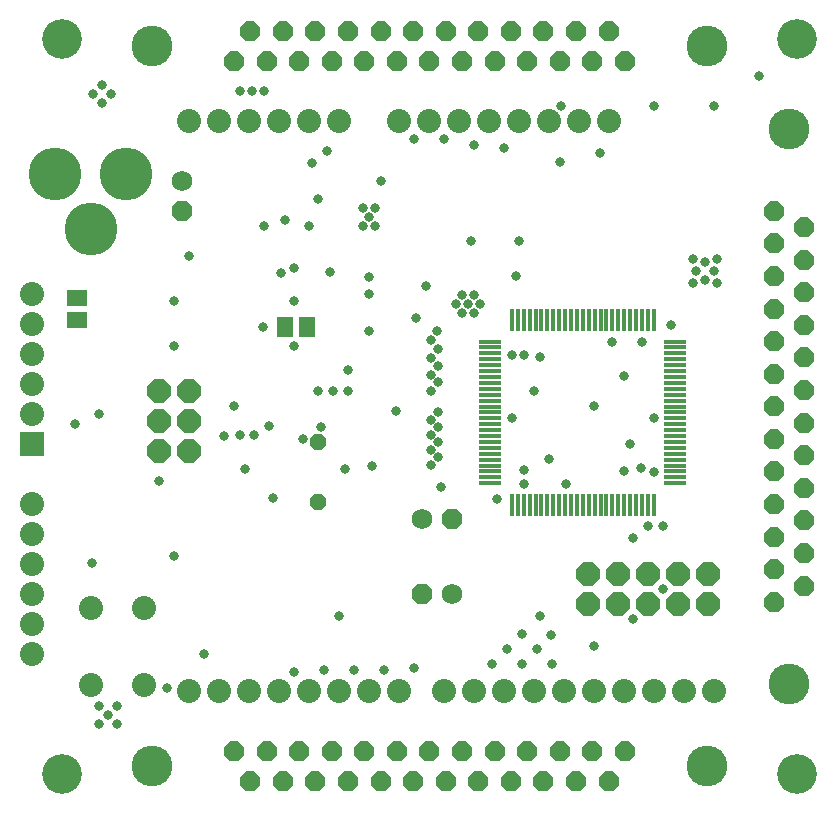
<source format=gbs>
G75*
%MOIN*%
%OFA0B0*%
%FSLAX24Y24*%
%IPPOS*%
%LPD*%
%AMOC8*
5,1,8,0,0,1.08239X$1,22.5*
%
%ADD10C,0.1320*%
%ADD11R,0.0170X0.0760*%
%ADD12R,0.0760X0.0170*%
%ADD13OC8,0.0660*%
%ADD14C,0.1360*%
%ADD15C,0.0800*%
%ADD16R,0.0572X0.0651*%
%ADD17OC8,0.0690*%
%ADD18C,0.0690*%
%ADD19R,0.0800X0.0800*%
%ADD20OC8,0.0800*%
%ADD21C,0.1760*%
%ADD22R,0.0651X0.0572*%
%ADD23OC8,0.0540*%
%ADD24C,0.0330*%
D10*
X003750Y006780D03*
X003750Y031280D03*
X028250Y031280D03*
X028250Y006780D03*
D11*
X023474Y015749D03*
X023278Y015749D03*
X023081Y015749D03*
X022884Y015749D03*
X022687Y015749D03*
X022490Y015749D03*
X022293Y015749D03*
X022096Y015749D03*
X021900Y015749D03*
X021703Y015749D03*
X021506Y015749D03*
X021309Y015749D03*
X021112Y015749D03*
X020915Y015749D03*
X020719Y015749D03*
X020522Y015749D03*
X020325Y015749D03*
X020128Y015749D03*
X019931Y015749D03*
X019734Y015749D03*
X019537Y015749D03*
X019341Y015749D03*
X019144Y015749D03*
X018947Y015749D03*
X018750Y015749D03*
X018750Y021905D03*
X018947Y021905D03*
X019144Y021905D03*
X019341Y021905D03*
X019537Y021905D03*
X019734Y021905D03*
X019931Y021905D03*
X020128Y021905D03*
X020325Y021905D03*
X020522Y021905D03*
X020719Y021905D03*
X020915Y021905D03*
X021112Y021905D03*
X021309Y021905D03*
X021506Y021905D03*
X021703Y021905D03*
X021900Y021905D03*
X022096Y021905D03*
X022293Y021905D03*
X022490Y021905D03*
X022687Y021905D03*
X022884Y021905D03*
X023081Y021905D03*
X023278Y021905D03*
X023474Y021905D03*
D12*
X024190Y021189D03*
X024190Y020993D03*
X024190Y020796D03*
X024190Y020599D03*
X024190Y020402D03*
X024190Y020205D03*
X024190Y020008D03*
X024190Y019811D03*
X024190Y019615D03*
X024190Y019418D03*
X024190Y019221D03*
X024190Y019024D03*
X024190Y018827D03*
X024190Y018630D03*
X024190Y018434D03*
X024190Y018237D03*
X024190Y018040D03*
X024190Y017843D03*
X024190Y017646D03*
X024190Y017449D03*
X024190Y017252D03*
X024190Y017056D03*
X024190Y016859D03*
X024190Y016662D03*
X024190Y016465D03*
X018034Y016465D03*
X018034Y016662D03*
X018034Y016859D03*
X018034Y017056D03*
X018034Y017252D03*
X018034Y017449D03*
X018034Y017646D03*
X018034Y017843D03*
X018034Y018040D03*
X018034Y018237D03*
X018034Y018434D03*
X018034Y018630D03*
X018034Y018827D03*
X018034Y019024D03*
X018034Y019221D03*
X018034Y019418D03*
X018034Y019615D03*
X018034Y019811D03*
X018034Y020008D03*
X018034Y020205D03*
X018034Y020402D03*
X018034Y020599D03*
X018034Y020796D03*
X018034Y020993D03*
X018034Y021189D03*
D13*
X018170Y030530D03*
X017630Y031530D03*
X017090Y030530D03*
X016540Y031530D03*
X016000Y030530D03*
X015460Y031530D03*
X014910Y030530D03*
X014370Y031530D03*
X013830Y030530D03*
X013280Y031530D03*
X012740Y030530D03*
X012200Y031530D03*
X011650Y030530D03*
X011110Y031530D03*
X010570Y030530D03*
X010020Y031530D03*
X009480Y030530D03*
X018720Y031530D03*
X019260Y030530D03*
X019800Y031530D03*
X020350Y030530D03*
X020890Y031530D03*
X021430Y030530D03*
X021980Y031530D03*
X022520Y030530D03*
X027500Y025550D03*
X027500Y024460D03*
X027500Y023380D03*
X027500Y022290D03*
X027500Y021200D03*
X027500Y020120D03*
X027500Y019030D03*
X027500Y017940D03*
X027500Y016860D03*
X027500Y015770D03*
X027500Y014680D03*
X027500Y013600D03*
X027500Y012510D03*
X028500Y013050D03*
X028500Y014140D03*
X028500Y015230D03*
X028500Y016310D03*
X028500Y017400D03*
X028500Y018490D03*
X028500Y019570D03*
X028500Y020660D03*
X028500Y021750D03*
X028500Y022830D03*
X028500Y023920D03*
X028500Y025010D03*
X022520Y007530D03*
X021980Y006530D03*
X021430Y007530D03*
X020890Y006530D03*
X020350Y007530D03*
X019800Y006530D03*
X019260Y007530D03*
X018720Y006530D03*
X018170Y007530D03*
X017630Y006530D03*
X017090Y007530D03*
X016540Y006530D03*
X016000Y007530D03*
X015460Y006530D03*
X014910Y007530D03*
X014370Y006530D03*
X013830Y007530D03*
X013280Y006530D03*
X012740Y007530D03*
X012200Y006530D03*
X011650Y007530D03*
X011110Y006530D03*
X010570Y007530D03*
X010020Y006530D03*
X009480Y007530D03*
D14*
X006740Y007030D03*
X025260Y007030D03*
X028000Y009770D03*
X028000Y028290D03*
X025260Y031030D03*
X006740Y031030D03*
D15*
X008000Y028530D03*
X009000Y028530D03*
X010000Y028530D03*
X011000Y028530D03*
X012000Y028530D03*
X013000Y028530D03*
X015000Y028530D03*
X016000Y028530D03*
X017000Y028530D03*
X018000Y028530D03*
X019000Y028530D03*
X020000Y028530D03*
X021000Y028530D03*
X022000Y028530D03*
X006490Y012310D03*
X004710Y012310D03*
X002750Y012780D03*
X002750Y011780D03*
X002750Y010780D03*
X004710Y009750D03*
X006490Y009750D03*
X008000Y009530D03*
X009000Y009530D03*
X010000Y009530D03*
X011000Y009530D03*
X012000Y009530D03*
X013000Y009530D03*
X014000Y009530D03*
X015000Y009530D03*
X016500Y009530D03*
X017500Y009530D03*
X018500Y009530D03*
X019500Y009530D03*
X020500Y009530D03*
X021500Y009530D03*
X022500Y009530D03*
X023500Y009530D03*
X024500Y009530D03*
X025500Y009530D03*
X002750Y013780D03*
X002750Y014780D03*
X002750Y015780D03*
X002750Y018780D03*
X002750Y019780D03*
X002750Y020780D03*
X002750Y021780D03*
X002750Y022780D03*
D16*
X011176Y021680D03*
X011924Y021680D03*
D17*
X007750Y025530D03*
X016750Y015280D03*
X015750Y012780D03*
D18*
X016750Y012780D03*
X015750Y015280D03*
X007750Y026530D03*
D19*
X002750Y017780D03*
D20*
X007000Y017530D03*
X007000Y018530D03*
X007000Y019530D03*
X008000Y019530D03*
X008000Y018530D03*
X008000Y017530D03*
X021300Y013430D03*
X021300Y012430D03*
X022300Y012430D03*
X022300Y013430D03*
X023300Y013430D03*
X024300Y013430D03*
X024300Y012430D03*
X023300Y012430D03*
X025300Y012430D03*
X025300Y013430D03*
D21*
X005894Y026780D03*
X004713Y024930D03*
X003531Y026780D03*
D22*
X004250Y022654D03*
X004250Y021906D03*
D23*
X012300Y017830D03*
X012300Y015830D03*
D24*
X013200Y016930D03*
X014100Y017030D03*
X016038Y017080D03*
X016300Y017330D03*
X016050Y017580D03*
X016300Y017830D03*
X016050Y018080D03*
X016300Y018330D03*
X016050Y018580D03*
X016300Y018830D03*
X016050Y019530D03*
X016300Y019830D03*
X016050Y020080D03*
X016300Y020380D03*
X016050Y020630D03*
X016300Y020930D03*
X016050Y021230D03*
X016250Y021530D03*
X015550Y021980D03*
X015900Y023030D03*
X016900Y022430D03*
X017100Y022130D03*
X017300Y022430D03*
X017500Y022130D03*
X017700Y022430D03*
X017500Y022730D03*
X017100Y022730D03*
X017400Y024530D03*
X018900Y023380D03*
X019000Y024530D03*
X020363Y027168D03*
X021688Y027468D03*
X020400Y029030D03*
X018500Y027630D03*
X017500Y027730D03*
X016500Y027930D03*
X015500Y027930D03*
X014400Y026530D03*
X014200Y025630D03*
X014000Y025330D03*
X013800Y025030D03*
X014200Y025030D03*
X013800Y025630D03*
X012300Y025930D03*
X012000Y025030D03*
X011200Y025230D03*
X010500Y025030D03*
X011500Y023630D03*
X011050Y023480D03*
X011500Y022530D03*
X010450Y021680D03*
X011500Y021030D03*
X012300Y019530D03*
X012800Y019530D03*
X013300Y019530D03*
X013300Y020230D03*
X014000Y021530D03*
X014000Y022780D03*
X014000Y023330D03*
X012700Y023505D03*
X012100Y027130D03*
X012600Y027530D03*
X010500Y029530D03*
X010100Y029530D03*
X009700Y029530D03*
X005400Y029430D03*
X005100Y029130D03*
X004800Y029430D03*
X005100Y029730D03*
X008000Y024030D03*
X007500Y022530D03*
X007500Y021030D03*
X009500Y019030D03*
X009700Y018080D03*
X010150Y018080D03*
X010650Y018380D03*
X011800Y017930D03*
X012400Y018330D03*
X014900Y018880D03*
X016400Y016330D03*
X018250Y015930D03*
X019150Y016430D03*
X019138Y016893D03*
X020000Y017280D03*
X020550Y016430D03*
X022500Y016880D03*
X023063Y016968D03*
X023500Y016830D03*
X022700Y017780D03*
X023500Y018630D03*
X022500Y020030D03*
X021500Y019030D03*
X022100Y021180D03*
X023100Y021180D03*
X024050Y021730D03*
X024800Y023130D03*
X024900Y023530D03*
X024800Y023930D03*
X025200Y023830D03*
X025600Y023930D03*
X025500Y023530D03*
X025600Y023130D03*
X025200Y023230D03*
X025500Y029030D03*
X027000Y030030D03*
X023500Y029030D03*
X019700Y020680D03*
X019150Y020730D03*
X018750Y020730D03*
X019500Y019530D03*
X018750Y018630D03*
X022800Y014630D03*
X023300Y015030D03*
X023800Y015030D03*
X023800Y012930D03*
X022800Y011930D03*
X021500Y011030D03*
X020050Y011393D03*
X019588Y010930D03*
X019100Y010430D03*
X018600Y010930D03*
X019100Y011430D03*
X019700Y012030D03*
X020100Y010430D03*
X018100Y010430D03*
X015500Y010293D03*
X014500Y010230D03*
X013500Y010230D03*
X012500Y010230D03*
X011500Y010168D03*
X013000Y012030D03*
X010800Y015980D03*
X009850Y016930D03*
X009150Y018030D03*
X007000Y016530D03*
X005000Y018780D03*
X004200Y018430D03*
X004750Y013793D03*
X007500Y014030D03*
X008500Y010780D03*
X007250Y009630D03*
X005600Y009030D03*
X005300Y008730D03*
X005000Y009030D03*
X005000Y008430D03*
X005600Y008430D03*
M02*

</source>
